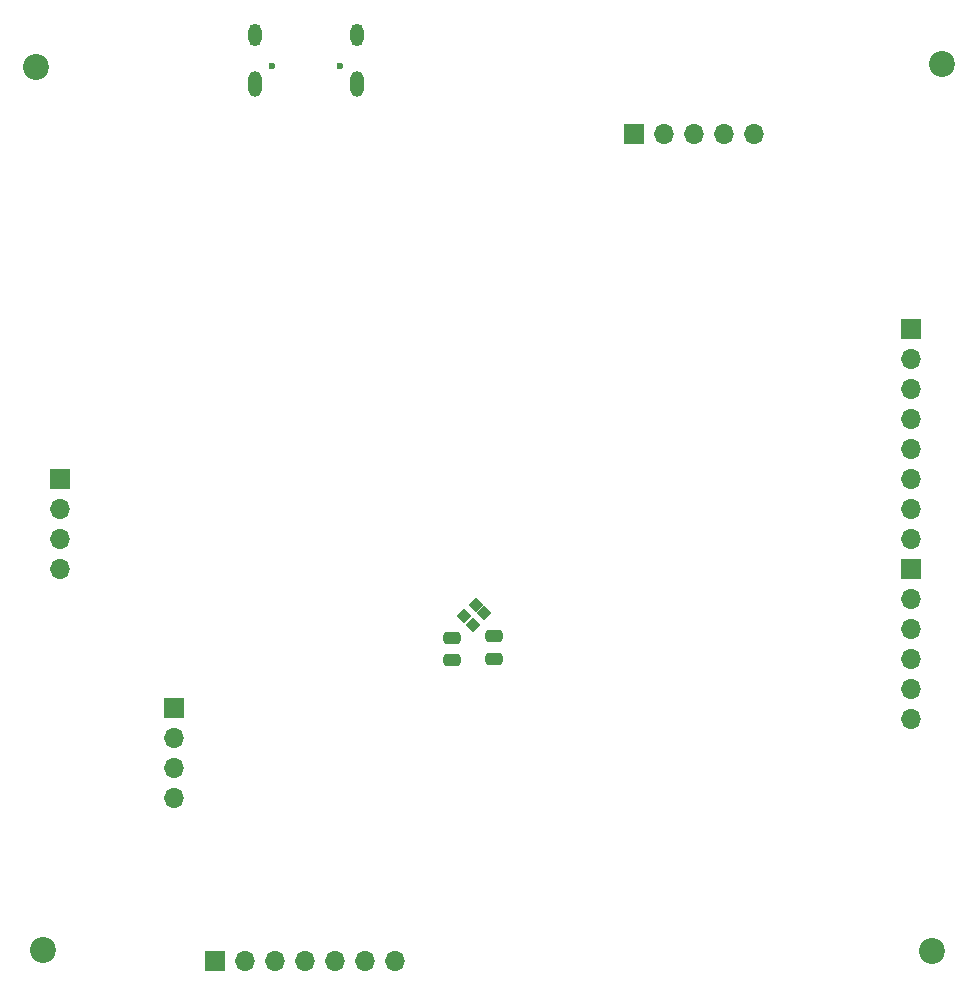
<source format=gbr>
%TF.GenerationSoftware,KiCad,Pcbnew,7.0.10*%
%TF.CreationDate,2024-04-02T20:17:41+05:30*%
%TF.ProjectId,blackpill-tft,626c6163-6b70-4696-9c6c-2d7466742e6b,rev?*%
%TF.SameCoordinates,Original*%
%TF.FileFunction,Soldermask,Bot*%
%TF.FilePolarity,Negative*%
%FSLAX46Y46*%
G04 Gerber Fmt 4.6, Leading zero omitted, Abs format (unit mm)*
G04 Created by KiCad (PCBNEW 7.0.10) date 2024-04-02 20:17:41*
%MOMM*%
%LPD*%
G01*
G04 APERTURE LIST*
G04 Aperture macros list*
%AMRoundRect*
0 Rectangle with rounded corners*
0 $1 Rounding radius*
0 $2 $3 $4 $5 $6 $7 $8 $9 X,Y pos of 4 corners*
0 Add a 4 corners polygon primitive as box body*
4,1,4,$2,$3,$4,$5,$6,$7,$8,$9,$2,$3,0*
0 Add four circle primitives for the rounded corners*
1,1,$1+$1,$2,$3*
1,1,$1+$1,$4,$5*
1,1,$1+$1,$6,$7*
1,1,$1+$1,$8,$9*
0 Add four rect primitives between the rounded corners*
20,1,$1+$1,$2,$3,$4,$5,0*
20,1,$1+$1,$4,$5,$6,$7,0*
20,1,$1+$1,$6,$7,$8,$9,0*
20,1,$1+$1,$8,$9,$2,$3,0*%
G04 Aperture macros list end*
%ADD10R,1.700000X1.700000*%
%ADD11O,1.700000X1.700000*%
%ADD12C,2.200000*%
%ADD13C,0.600000*%
%ADD14O,1.104000X2.204000*%
%ADD15O,1.104000X1.904000*%
%ADD16RoundRect,0.102000X-0.512652X-0.017678X-0.017678X-0.512652X0.512652X0.017678X0.017678X0.512652X0*%
%ADD17RoundRect,0.250000X-0.475000X0.250000X-0.475000X-0.250000X0.475000X-0.250000X0.475000X0.250000X0*%
G04 APERTURE END LIST*
D10*
%TO.C,J3*%
X118880000Y-119400000D03*
D11*
X118880000Y-121940000D03*
X118880000Y-124480000D03*
X118880000Y-127020000D03*
%TD*%
D12*
%TO.C,H3*%
X183080000Y-139980000D03*
%TD*%
%TO.C,H4*%
X107780000Y-139870000D03*
%TD*%
%TO.C,H2*%
X183920000Y-64890000D03*
%TD*%
D13*
%TO.C,J1*%
X132960200Y-65053800D03*
X127180200Y-65053800D03*
D14*
X134395200Y-66543800D03*
X125745200Y-66543800D03*
D15*
X134395200Y-62373800D03*
X125745200Y-62373800D03*
%TD*%
D12*
%TO.C,H1*%
X107220000Y-65110000D03*
%TD*%
D10*
%TO.C,J6*%
X122365000Y-140820000D03*
D11*
X124905000Y-140820000D03*
X127445000Y-140820000D03*
X129985000Y-140820000D03*
X132525000Y-140820000D03*
X135065000Y-140820000D03*
X137605000Y-140820000D03*
%TD*%
D16*
%TO.C,Y2*%
X143469150Y-111623744D03*
X144423744Y-110669150D03*
X145130850Y-111376256D03*
X144176256Y-112330850D03*
%TD*%
D17*
%TO.C,C10*%
X142420000Y-113420000D03*
X142420000Y-115320000D03*
%TD*%
D10*
%TO.C,J7*%
X181280000Y-107620000D03*
D11*
X181280000Y-110160000D03*
X181280000Y-112700000D03*
X181280000Y-115240000D03*
X181280000Y-117780000D03*
X181280000Y-120320000D03*
%TD*%
D10*
%TO.C,TFT DISPLAY*%
X181300000Y-87300000D03*
D11*
X181300000Y-89840000D03*
X181300000Y-92380000D03*
X181300000Y-94920000D03*
X181300000Y-97460000D03*
X181300000Y-100000000D03*
X181300000Y-102540000D03*
X181300000Y-105080000D03*
%TD*%
D10*
%TO.C,J5*%
X157795000Y-70820000D03*
D11*
X160335000Y-70820000D03*
X162875000Y-70820000D03*
X165415000Y-70820000D03*
X167955000Y-70820000D03*
%TD*%
D17*
%TO.C,C11*%
X145950000Y-113310000D03*
X145950000Y-115210000D03*
%TD*%
D10*
%TO.C,J4*%
X109240000Y-100000000D03*
D11*
X109240000Y-102540000D03*
X109240000Y-105080000D03*
X109240000Y-107620000D03*
%TD*%
M02*

</source>
